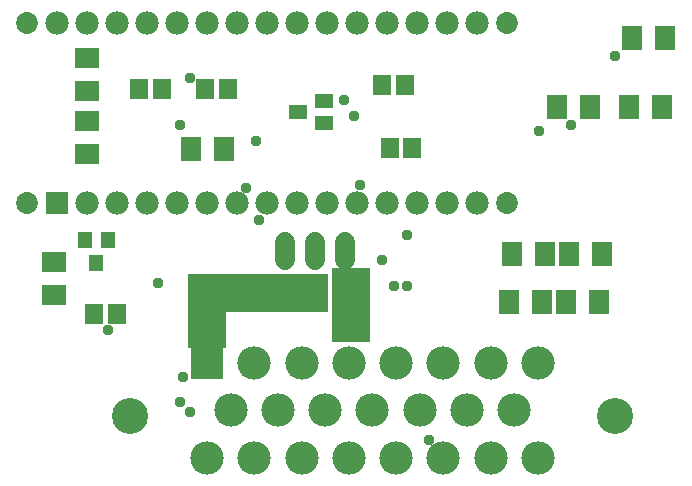
<source format=gbr>
G04 EAGLE Gerber X2 export*
%TF.Part,Single*%
%TF.FileFunction,Soldermask,Top,1*%
%TF.FilePolarity,Negative*%
%TF.GenerationSoftware,Autodesk,EAGLE,9.1.3*%
%TF.CreationDate,2020-03-05T04:38:37Z*%
G75*
%MOMM*%
%FSLAX34Y34*%
%LPD*%
%AMOC8*
5,1,8,0,0,1.08239X$1,22.5*%
G01*
%ADD10R,1.981200X1.981200*%
%ADD11C,1.981200*%
%ADD12C,1.854200*%
%ADD13R,1.503200X1.803200*%
%ADD14C,1.727200*%
%ADD15R,1.603200X1.203200*%
%ADD16R,2.003200X1.803200*%
%ADD17R,1.803200X2.006200*%
%ADD18R,2.006200X1.803200*%
%ADD19R,1.203200X1.403200*%
%ADD20C,3.053200*%
%ADD21R,2.828200X2.828200*%
%ADD22C,2.828200*%
%ADD23R,1.503200X1.703200*%
%ADD24C,0.959600*%
%ADD25R,3.251200X3.251200*%


D10*
X0Y101600D03*
D11*
X25400Y101600D03*
X50800Y101600D03*
X76200Y101600D03*
X101600Y101600D03*
X127000Y101600D03*
X152400Y101600D03*
X177800Y101600D03*
X203200Y101600D03*
X228600Y101600D03*
X254000Y101600D03*
X279400Y101600D03*
X304800Y101600D03*
X330200Y101600D03*
X355600Y101600D03*
X0Y254000D03*
X25400Y254000D03*
X50800Y254000D03*
X76200Y254000D03*
X101600Y254000D03*
X127000Y254000D03*
X152400Y254000D03*
X177800Y254000D03*
X203200Y254000D03*
X228600Y254000D03*
X254000Y254000D03*
X279400Y254000D03*
X304800Y254000D03*
X330200Y254000D03*
X355600Y254000D03*
D12*
X381000Y101600D03*
X381000Y254000D03*
X-25400Y254000D03*
X-25400Y101600D03*
D13*
X144120Y198120D03*
X125120Y198120D03*
X69240Y198120D03*
X88240Y198120D03*
X293980Y201930D03*
X274980Y201930D03*
X300330Y148590D03*
X281330Y148590D03*
D14*
X193040Y68580D02*
X193040Y53340D01*
X218440Y53340D02*
X218440Y68580D01*
X243840Y68580D02*
X243840Y53340D01*
D15*
X203630Y179070D03*
X225630Y188570D03*
X225630Y169570D03*
D16*
X25400Y224820D03*
X25400Y196820D03*
X25400Y143480D03*
X25400Y171480D03*
D17*
X430280Y17780D03*
X458720Y17780D03*
X483620Y182880D03*
X512060Y182880D03*
X422660Y182880D03*
X451100Y182880D03*
X382020Y17780D03*
X410460Y17780D03*
X432820Y58420D03*
X461260Y58420D03*
X384560Y58420D03*
X413000Y58420D03*
X486160Y241300D03*
X514600Y241300D03*
X141220Y147320D03*
X112780Y147320D03*
D18*
X-2540Y23880D03*
X-2540Y52320D03*
D19*
X33020Y50960D03*
X43020Y70960D03*
X23020Y70960D03*
D20*
X61700Y-78660D03*
D21*
X126700Y-33660D03*
D22*
X166700Y-33660D03*
X206700Y-33660D03*
X246700Y-33660D03*
X286700Y-33660D03*
X326700Y-33660D03*
X366700Y-33660D03*
X406700Y-33660D03*
X146700Y-73660D03*
X186700Y-73660D03*
X226700Y-73660D03*
X266700Y-73660D03*
X306700Y-73660D03*
X346700Y-73660D03*
X386700Y-73660D03*
X126700Y-113660D03*
X166700Y-113660D03*
X206700Y-113660D03*
X246700Y-113660D03*
X286700Y-113660D03*
X326700Y-113660D03*
X366700Y-113660D03*
X406700Y-113660D03*
D20*
X471700Y-78660D03*
D23*
X31140Y7620D03*
X50140Y7620D03*
D24*
X85344Y34671D03*
X250698Y176022D03*
X434721Y168021D03*
X296037Y32004D03*
X160020Y114681D03*
X106680Y-45339D03*
X112014Y208026D03*
X112014Y-74676D03*
X242697Y189357D03*
X256032Y117348D03*
X285369Y32004D03*
X296037Y74676D03*
X274701Y53340D03*
X314706Y-98679D03*
X104013Y168021D03*
X42672Y-5334D03*
X104013Y-66675D03*
D25*
X127000Y-5080D03*
X127000Y25400D03*
X157480Y25400D03*
X187960Y25400D03*
X213360Y25400D03*
X248920Y30480D03*
X248920Y0D03*
D24*
X168021Y154686D03*
X170688Y88011D03*
X408051Y162687D03*
X472059Y226695D03*
M02*

</source>
